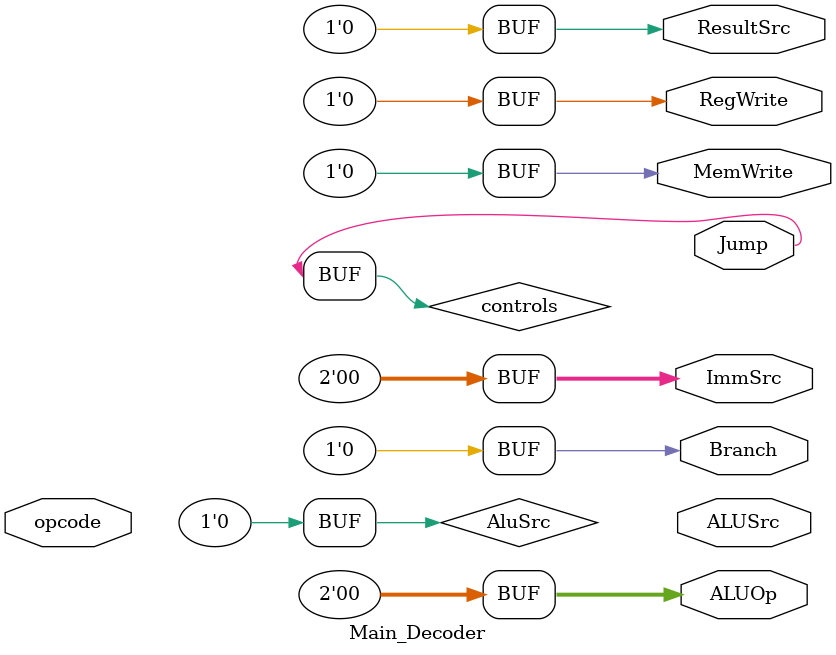
<source format=v>
module Main_Decoder(

    input	wire	[6:0]	opcode		,      
	
    output 	wire 			Branch		,       
    output 	wire 			ResultSrc	,      
    output 	wire 			MemWrite	,     	
    output 	wire 			ALUSrc		,     	
    output 	wire 			Jump		,     	
    output 	wire 	[1:0]	ImmSrc		,     	
    output 	wire 			RegWrite	,       
    output 	wire 	[1:0] 	ALUOp	  		

);
	reg [10:0] controller;
    assign {RegWrite,ImmSrc,AluSrc,MemWrite,ResultSrc,Branch,ALUOp,Jump} = controls;

always@(*) begin
	case (opcode)
	
		7'b0000011: controller = 11'b10010010000;    // Load (lw)
        7'b0100011: controller = 11'b00111xx0000;    // Store (sw)
        7'b0110011: controller = 11'b1xx00000100;    // R-type (add/sub/sll/srl/and/or/xor)
        7'b1100011: controller = 11'b01000xx1010;    // Branch (beq/bne)
        7'b0010011: controller = 11'b10010000100;    // I-type (addi/slli/srli/andi/ori/xori)
        7'b1101111: controller = 11'b111x0100xx1;    // Jump (jal)
        default:    controller = 11'b00000000000;    // Default (invalid)
	
	endcase
end

endmodule 
</source>
